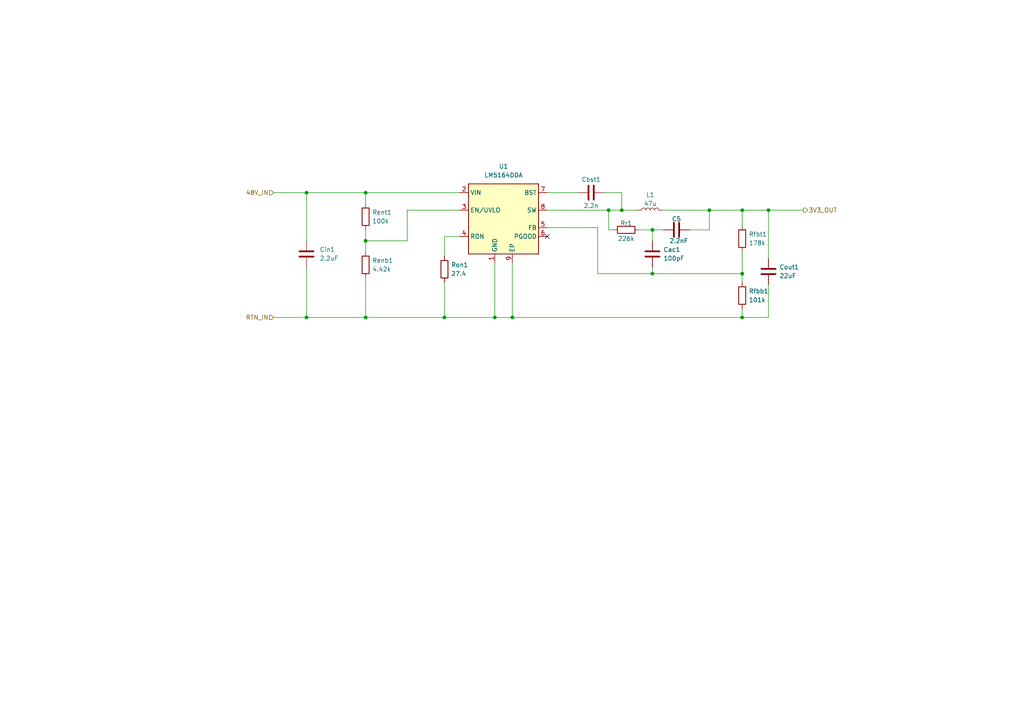
<source format=kicad_sch>
(kicad_sch (version 20211123) (generator eeschema)
  (paper "A4")
  (lib_symbols
    (symbol "Device:C" (pin_numbers hide) (pin_names (offset 0.254))
      (property "Reference" "C" (at 0.635 2.54 0))
      (property "Value" "C" (at 0.635 -2.54 0))
      (symbol "C_0_1"
        (polyline (pts (xy -2.032 -0.762) (xy 2.032 -0.762)) (stroke (width 0.508)))
        (polyline (pts (xy -2.032 0.762) (xy 2.032 0.762)) (stroke (width 0.508)))
      )
      (symbol "C_1_1"
        (pin passive line (at 0 3.81 270) (length 2.794) (name "~") (number "1"))
        (pin passive line (at 0 -3.81 90) (length 2.794) (name "~") (number "2"))
      )
    )
    (symbol "Device:L" (pin_numbers hide) (pin_names (offset 1.016) hide)
      (property "Reference" "L" (at -1.27 0 90))
      (property "Value" "L" (at 1.905 0 90))
      (symbol "L_0_1"
        (arc (start 0 -2.54) (mid 0.635 -1.905) (end 0 -1.27))
        (arc (start 0 -1.27) (mid 0.635 -0.635) (end 0 0))
        (arc (start 0 0) (mid 0.635 0.635) (end 0 1.27))
        (arc (start 0 1.27) (mid 0.635 1.905) (end 0 2.54))
      )
      (symbol "L_1_1"
        (pin passive line (at 0 3.81 270) (length 1.27) (name "1") (number "1"))
        (pin passive line (at 0 -3.81 90) (length 1.27) (name "2") (number "2"))
      )
    )
    (symbol "Device:R" (pin_numbers hide) (pin_names (offset 0))
      (property "Reference" "R" (at 2.032 0 90))
      (property "Value" "R" (at 0 0 90))
      (symbol "R_0_1"
        (rectangle (start -1.016 -2.54) (end 1.016 2.54) (stroke (width 0.254)))
      )
      (symbol "R_1_1"
        (pin passive line (at 0 3.81 270) (length 1.27) (name "~") (number "1"))
        (pin passive line (at 0 -3.81 90) (length 1.27) (name "~") (number "2"))
      )
    )
    (symbol "Regulator_Switching:LM5164DDA"
      (property "Reference" "U" (at -8.89 11.43 0))
      (property "Value" "LM5164DDA" (at 5.08 11.43 0))
      (symbol "LM5164DDA_1_1"
        (rectangle (start -10.16 10.16) (end 10.16 -10.16) (stroke (width 0.254)) (fill (type background)))
        (pin power_in line (at -2.54 -12.7 90) (length 2.54) (name "GND") (number "1"))
        (pin power_in line (at -12.7 7.62 0) (length 2.54) (name "VIN") (number "2"))
        (pin input line (at -12.7 2.54 0) (length 2.54) (name "EN/UVLO") (number "3"))
        (pin passive line (at -12.7 -5.08 0) (length 2.54) (name "RON") (number "4"))
        (pin input line (at 12.7 -2.54 180) (length 2.54) (name "FB") (number "5"))
        (pin open_collector line (at 12.7 -5.08 180) (length 2.54) (name "PGOOD") (number "6"))
        (pin passive line (at 12.7 7.62 180) (length 2.54) (name "BST") (number "7"))
        (pin power_out line (at 12.7 2.54 180) (length 2.54) (name "SW") (number "8"))
        (pin passive line (at 2.54 -12.7 90) (length 2.54) (name "EP") (number "9"))
      )
    )
  )
  (junction (at 176.53 60.96))
  (junction (at 143.51 92.075))
  (junction (at 215.265 79.375))
  (junction (at 106.045 92.075))
  (junction (at 222.885 60.96))
  (junction (at 88.9 92.075))
  (junction (at 215.265 60.96))
  (junction (at 189.23 66.675))
  (junction (at 189.23 79.375))
  (junction (at 180.34 60.96))
  (junction (at 215.265 92.075))
  (junction (at 205.74 60.96))
  (junction (at 148.59 92.075))
  (junction (at 88.9 55.88))
  (junction (at 128.905 92.075))
  (junction (at 106.045 69.85))
  (junction (at 106.045 55.88))
  (no_connect (at 158.75 68.58))
  (wire (pts (xy 128.905 92.075) (xy 143.51 92.075)))
  (wire (pts (xy 215.265 65.405) (xy 215.265 60.96)))
  (wire (pts (xy 175.26 55.88) (xy 180.34 55.88)))
  (wire (pts (xy 79.375 55.88) (xy 88.9 55.88)))
  (wire (pts (xy 215.265 89.535) (xy 215.265 92.075)))
  (wire (pts (xy 215.265 92.075) (xy 222.885 92.075)))
  (wire (pts (xy 173.355 79.375) (xy 189.23 79.375)))
  (wire (pts (xy 222.885 60.96) (xy 222.885 74.93)))
  (wire (pts (xy 118.11 60.96) (xy 118.11 69.85)))
  (wire (pts (xy 88.9 55.88) (xy 106.045 55.88)))
  (wire (pts (xy 176.53 60.96) (xy 180.34 60.96)))
  (wire (pts (xy 143.51 92.075) (xy 148.59 92.075)))
  (wire (pts (xy 215.265 79.375) (xy 215.265 81.915)))
  (wire (pts (xy 128.905 68.58) (xy 128.905 74.295)))
  (wire (pts (xy 148.59 76.2) (xy 148.59 92.075)))
  (wire (pts (xy 185.42 66.675) (xy 189.23 66.675)))
  (wire (pts (xy 133.35 68.58) (xy 128.905 68.58)))
  (wire (pts (xy 106.045 69.85) (xy 106.045 73.025)))
  (wire (pts (xy 106.045 55.88) (xy 106.045 59.055)))
  (wire (pts (xy 192.405 60.96) (xy 205.74 60.96)))
  (wire (pts (xy 189.23 66.675) (xy 189.23 69.85)))
  (wire (pts (xy 88.9 69.85) (xy 88.9 55.88)))
  (wire (pts (xy 128.905 81.915) (xy 128.905 92.075)))
  (wire (pts (xy 176.53 60.96) (xy 176.53 66.675)))
  (wire (pts (xy 88.9 77.47) (xy 88.9 92.075)))
  (wire (pts (xy 205.74 66.675) (xy 200.025 66.675)))
  (wire (pts (xy 222.885 60.96) (xy 233.045 60.96)))
  (wire (pts (xy 143.51 76.2) (xy 143.51 92.075)))
  (wire (pts (xy 158.75 60.96) (xy 176.53 60.96)))
  (wire (pts (xy 222.885 82.55) (xy 222.885 92.075)))
  (wire (pts (xy 88.9 92.075) (xy 106.045 92.075)))
  (wire (pts (xy 106.045 55.88) (xy 133.35 55.88)))
  (wire (pts (xy 106.045 92.075) (xy 128.905 92.075)))
  (wire (pts (xy 189.23 66.675) (xy 192.405 66.675)))
  (wire (pts (xy 118.11 69.85) (xy 106.045 69.85)))
  (wire (pts (xy 205.74 60.96) (xy 205.74 66.675)))
  (wire (pts (xy 176.53 66.675) (xy 177.8 66.675)))
  (wire (pts (xy 148.59 92.075) (xy 215.265 92.075)))
  (wire (pts (xy 106.045 80.645) (xy 106.045 92.075)))
  (wire (pts (xy 158.75 66.04) (xy 173.355 66.04)))
  (wire (pts (xy 158.75 55.88) (xy 167.64 55.88)))
  (wire (pts (xy 215.265 73.025) (xy 215.265 79.375)))
  (wire (pts (xy 173.355 66.04) (xy 173.355 79.375)))
  (wire (pts (xy 215.265 60.96) (xy 222.885 60.96)))
  (wire (pts (xy 189.23 79.375) (xy 215.265 79.375)))
  (wire (pts (xy 133.35 60.96) (xy 118.11 60.96)))
  (wire (pts (xy 180.34 55.88) (xy 180.34 60.96)))
  (wire (pts (xy 205.74 60.96) (xy 215.265 60.96)))
  (wire (pts (xy 180.34 60.96) (xy 184.785 60.96)))
  (wire (pts (xy 189.23 79.375) (xy 189.23 77.47)))
  (wire (pts (xy 106.045 69.85) (xy 106.045 66.675)))
  (wire (pts (xy 79.375 92.075) (xy 88.9 92.075)))
  (hierarchical_label "48V_IN" (shape input) (at 79.375 55.88 180))
  (hierarchical_label "3V3_OUT" (shape output) (at 233.045 60.96 0))
  (hierarchical_label "RTN_IN" (shape input) (at 79.375 92.075 180))
  (symbol (lib_id "Device:R") (at 128.905 78.105 0) (unit 1)
    (property "Reference" "Ron1" (at 130.81 76.8349 0) (effects (justify left)))
    (property "Value" "27.4" (at 130.81 79.3749 0) (effects (justify left)))
    (property "Footprint" "Resistor_SMD:R_0603_1608Metric" (effects hide))
  )
  (symbol (lib_id "Device:C") (at 196.215 66.675 90) (unit 1)
    (property "Reference" "C5" (at 196.215 63.5 90))
    (property "Value" "2.2nF" (at 196.85 69.85 90))
    (property "Footprint" "Capacitor_SMD:C_0603_1608Metric" (effects hide))
  )
  (symbol (lib_id "Device:R") (at 215.265 85.725 0) (unit 1)
    (property "Reference" "Rfbb1" (at 217.17 84.4549 0) (effects (justify left)))
    (property "Value" "101k" (at 217.17 86.9949 0) (effects (justify left)))
    (property "Footprint" "Resistor_SMD:R_0603_1608Metric" (effects hide))
  )
  (symbol (lib_id "Device:R") (at 215.265 69.215 0) (unit 1)
    (property "Reference" "Rfbt1" (at 217.17 67.9449 0) (effects (justify left)))
    (property "Value" "178k" (at 217.17 70.4849 0) (effects (justify left)))
    (property "Footprint" "Resistor_SMD:R_0603_1608Metric" (effects hide))
  )
  (symbol (lib_id "Device:C") (at 189.23 73.66 180) (unit 1)
    (property "Reference" "Cac1" (at 192.405 72.3899 0) (effects (justify right)))
    (property "Value" "100pF" (at 192.405 74.9299 0) (effects (justify right)))
    (property "Footprint" "Capacitor_SMD:C_0603_1608Metric" (effects hide))
  )
  (symbol (lib_id "Device:R") (at 106.045 62.865 0) (unit 1)
    (property "Reference" "Rent1" (at 107.95 61.5949 0) (effects (justify left)))
    (property "Value" "100k" (at 107.95 64.1349 0) (effects (justify left)))
    (property "Footprint" "Resistor_SMD:R_0603_1608Metric" (effects hide))
  )
  (symbol (lib_id "Device:R") (at 106.045 76.835 0) (unit 1)
    (property "Reference" "Renb1" (at 107.95 75.5649 0) (effects (justify left)))
    (property "Value" "4.42k" (at 107.95 78.1049 0) (effects (justify left)))
    (property "Footprint" "Resistor_SMD:R_0603_1608Metric" (effects hide))
  )
  (symbol (lib_id "Device:C") (at 171.45 55.88 90) (unit 1)
    (property "Reference" "Cbst1" (at 171.45 52.07 90))
    (property "Value" "2.2n" (at 171.45 59.69 90))
    (property "Footprint" "Capacitor_SMD:C_0603_1608Metric" (effects hide))
  )
  (symbol (lib_id "Device:R") (at 181.61 66.675 90) (unit 1)
    (property "Reference" "Rr1" (at 181.61 64.77 90))
    (property "Value" "226k" (at 181.61 69.215 90))
    (property "Footprint" "Resistor_SMD:R_0603_1608Metric" (effects hide))
  )
  (symbol (lib_id "Device:C") (at 88.9 73.66 0) (unit 1)
    (property "Reference" "Cin1" (at 92.71 72.3899 0) (effects (justify left)))
    (property "Value" "2.2uF" (at 92.71 74.9299 0) (effects (justify left)))
    (property "Footprint" "Capacitor_SMD:C_1206_3216Metric" (effects hide))
    (property "Datasheet" "https://item.szlcsc.com/181486.html" (effects hide))
  )
  (symbol (lib_id "Device:C") (at 222.885 78.74 180) (unit 1)
    (property "Reference" "Cout1" (at 226.06 77.4699 0) (effects (justify right)))
    (property "Value" "22uF" (at 226.06 80.0099 0) (effects (justify right)))
    (property "Footprint" "Capacitor_SMD:C_1206_3216Metric" (effects hide))
  )
  (symbol (lib_id "Device:L") (at 188.595 60.96 90) (unit 1)
    (property "Reference" "L1" (at 188.595 56.515 90))
    (property "Value" "47u" (at 188.595 59.055 90))
    (property "Footprint" "Inductor_SMD:L_Wuerth_HCI-5040" (effects hide))
  )
  (symbol (lib_id "Regulator_Switching:LM5164DDA") (at 146.05 63.5 0) (unit 1)
    (property "Reference" "U1" (at 146.05 48.26 0))
    (property "Value" "LM5164DDA" (at 146.05 50.8 0))
    (property "Footprint" "Package_SO:HSOP-8-1EP_3.9x4.9mm_P1.27mm_EP2.41x3.1mm_ThermalVias" (effects hide))
    (property "Datasheet" "https://www.ti.com/lit/ds/symlink/lm5164.pdf?ts=1598311864250&ref_url=https%253A%252F%252Fwww.ti.com%252Fproduct%252FLM5164%253FHQS%253DTI-null-null-octopart-df-pf-null-wwe" (effects hide))
  )
)
</source>
